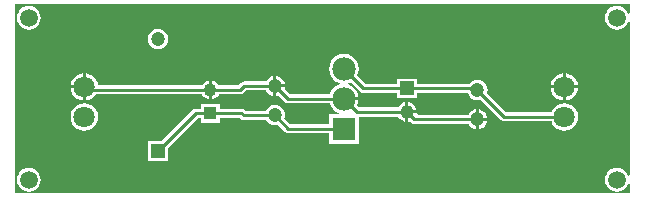
<source format=gbl>
G04 Layer_Physical_Order=2*
G04 Layer_Color=16711680*
%FSLAX44Y44*%
%MOMM*%
G71*
G01*
G75*
%ADD10C,0.2540*%
%ADD11C,1.2000*%
%ADD12C,1.1000*%
%ADD13R,1.1000X1.1000*%
%ADD14C,1.1500*%
%ADD15R,1.1500X1.1500*%
%ADD16C,1.8000*%
%ADD17R,1.2000X1.2000*%
%ADD18C,1.9800*%
%ADD19R,1.9800X1.9800*%
%ADD20C,1.5000*%
G36*
X520000Y-7780D02*
X518730Y-8033D01*
X518040Y-6367D01*
X516431Y-4269D01*
X514333Y-2660D01*
X511891Y-1648D01*
X509270Y-1303D01*
X506649Y-1648D01*
X504207Y-2660D01*
X502109Y-4269D01*
X500500Y-6367D01*
X499488Y-8809D01*
X499143Y-11430D01*
X499488Y-14051D01*
X500500Y-16493D01*
X502109Y-18591D01*
X504207Y-20200D01*
X506649Y-21212D01*
X509270Y-21557D01*
X511891Y-21212D01*
X514333Y-20200D01*
X516431Y-18591D01*
X518040Y-16493D01*
X518730Y-14827D01*
X520000Y-15080D01*
Y-144940D01*
X518730Y-145193D01*
X518040Y-143527D01*
X516431Y-141429D01*
X514333Y-139820D01*
X511891Y-138808D01*
X509270Y-138463D01*
X506649Y-138808D01*
X504207Y-139820D01*
X502109Y-141429D01*
X500500Y-143527D01*
X499488Y-145969D01*
X499143Y-148590D01*
X499488Y-151211D01*
X500500Y-153653D01*
X502109Y-155751D01*
X504207Y-157360D01*
X506649Y-158372D01*
X509270Y-158717D01*
X511891Y-158372D01*
X514333Y-157360D01*
X516431Y-155751D01*
X518040Y-153653D01*
X518730Y-151987D01*
X520000Y-152240D01*
Y-160000D01*
X0D01*
Y0D01*
X520000D01*
Y-7780D01*
D02*
G37*
%LPC*%
G36*
X332740Y-82926D02*
Y-89850D01*
X339664D01*
X339547Y-88956D01*
X338711Y-86939D01*
X337383Y-85208D01*
X335651Y-83879D01*
X333634Y-83043D01*
X332740Y-82926D01*
D02*
G37*
G36*
X389890Y-88944D02*
X388931Y-89070D01*
X386853Y-89931D01*
X385069Y-91299D01*
X383700Y-93083D01*
X383526Y-93506D01*
X340774D01*
X339817Y-92390D01*
X332740D01*
Y-99314D01*
X333634Y-99197D01*
X333930Y-99074D01*
X334993Y-100137D01*
X336254Y-100979D01*
X337740Y-101275D01*
X383526D01*
X383700Y-101697D01*
X385069Y-103481D01*
X386853Y-104850D01*
X388931Y-105710D01*
X389890Y-105837D01*
Y-97390D01*
Y-88944D01*
D02*
G37*
G36*
X57150Y-71120D02*
X46948D01*
X47177Y-72863D01*
X48340Y-75670D01*
X50190Y-78080D01*
X52600Y-79930D01*
X55408Y-81093D01*
X57150Y-81322D01*
Y-71120D01*
D02*
G37*
G36*
X463550D02*
X453348D01*
X453577Y-72863D01*
X454740Y-75670D01*
X456590Y-78080D01*
X459000Y-79930D01*
X461808Y-81093D01*
X463550Y-81322D01*
Y-71120D01*
D02*
G37*
G36*
X392430Y-88944D02*
Y-96120D01*
X399607D01*
X399480Y-95161D01*
X398620Y-93083D01*
X397251Y-91299D01*
X395467Y-89931D01*
X393389Y-89070D01*
X392430Y-88944D01*
D02*
G37*
G36*
X58420Y-83610D02*
X55408Y-84007D01*
X52600Y-85170D01*
X50190Y-87020D01*
X48340Y-89430D01*
X47177Y-92238D01*
X46781Y-95250D01*
X47177Y-98263D01*
X48340Y-101070D01*
X50190Y-103480D01*
X52600Y-105330D01*
X55408Y-106493D01*
X58420Y-106889D01*
X61432Y-106493D01*
X64240Y-105330D01*
X66650Y-103480D01*
X68500Y-101070D01*
X69663Y-98263D01*
X70060Y-95250D01*
X69663Y-92238D01*
X68500Y-89430D01*
X66650Y-87020D01*
X64240Y-85170D01*
X61432Y-84007D01*
X58420Y-83610D01*
D02*
G37*
G36*
X11430Y-138463D02*
X8809Y-138808D01*
X6367Y-139820D01*
X4269Y-141429D01*
X2660Y-143527D01*
X1648Y-145969D01*
X1303Y-148590D01*
X1648Y-151211D01*
X2660Y-153653D01*
X4269Y-155751D01*
X6367Y-157360D01*
X8809Y-158372D01*
X11430Y-158717D01*
X14051Y-158372D01*
X16493Y-157360D01*
X18591Y-155751D01*
X20200Y-153653D01*
X21212Y-151211D01*
X21557Y-148590D01*
X21212Y-145969D01*
X20200Y-143527D01*
X18591Y-141429D01*
X16493Y-139820D01*
X14051Y-138808D01*
X11430Y-138463D01*
D02*
G37*
G36*
X399607Y-98660D02*
X392430D01*
Y-105837D01*
X393389Y-105710D01*
X395467Y-104850D01*
X397251Y-103481D01*
X398620Y-101697D01*
X399480Y-99620D01*
X399607Y-98660D01*
D02*
G37*
G36*
X278130Y-41963D02*
X274883Y-42390D01*
X271856Y-43644D01*
X269258Y-45638D01*
X267264Y-48236D01*
X266010Y-51262D01*
X265583Y-54510D01*
X266010Y-57757D01*
X267264Y-60784D01*
X269258Y-63382D01*
X271856Y-65376D01*
X274883Y-66630D01*
Y-67890D01*
X271856Y-69144D01*
X269258Y-71138D01*
X267264Y-73736D01*
X266274Y-76125D01*
X232349D01*
X227855Y-71631D01*
X228030Y-71209D01*
X228157Y-70250D01*
X220980D01*
Y-77426D01*
X221939Y-77300D01*
X222362Y-77125D01*
X227993Y-82757D01*
X229254Y-83599D01*
X230740Y-83895D01*
X266274D01*
X267264Y-86284D01*
X269258Y-88882D01*
X271856Y-90876D01*
X274086Y-91800D01*
X273834Y-93070D01*
X265690D01*
Y-101625D01*
X232849D01*
X227855Y-96632D01*
X228030Y-96209D01*
X228324Y-93980D01*
X228030Y-91751D01*
X227170Y-89673D01*
X225801Y-87889D01*
X224017Y-86520D01*
X221939Y-85660D01*
X219710Y-85366D01*
X217481Y-85660D01*
X215403Y-86520D01*
X213619Y-87889D01*
X212250Y-89673D01*
X212076Y-90095D01*
X194715D01*
X194263Y-89643D01*
X193003Y-88801D01*
X191516Y-88505D01*
X173140D01*
Y-84350D01*
X157060D01*
Y-88505D01*
X152720D01*
X151234Y-88801D01*
X149973Y-89643D01*
X123696Y-115920D01*
X112110D01*
Y-133000D01*
X129190D01*
Y-121414D01*
X154329Y-96275D01*
X157060D01*
Y-100430D01*
X173140D01*
Y-96275D01*
X189907D01*
X190359Y-96727D01*
X191619Y-97569D01*
X193106Y-97865D01*
X212076D01*
X212250Y-98287D01*
X213619Y-100071D01*
X215403Y-101440D01*
X217481Y-102300D01*
X219710Y-102594D01*
X221939Y-102300D01*
X222362Y-102125D01*
X228493Y-108257D01*
X229753Y-109099D01*
X231240Y-109395D01*
X265690D01*
Y-117950D01*
X290570D01*
Y-95005D01*
X324106D01*
X324229Y-95301D01*
X325558Y-97032D01*
X327289Y-98361D01*
X329306Y-99197D01*
X330200Y-99314D01*
Y-91120D01*
Y-82926D01*
X329306Y-83043D01*
X327289Y-83879D01*
X325558Y-85208D01*
X324229Y-86939D01*
X324106Y-87235D01*
X290849D01*
X289260Y-85646D01*
X290250Y-83258D01*
X290510Y-81280D01*
X278130D01*
Y-78740D01*
X290510D01*
X290250Y-76762D01*
X288996Y-73736D01*
X287002Y-71138D01*
X284404Y-69144D01*
X281378Y-67890D01*
Y-66630D01*
X283766Y-65640D01*
X291993Y-73867D01*
X293253Y-74709D01*
X294740Y-75005D01*
X323180D01*
Y-79410D01*
X339760D01*
Y-75005D01*
X382999D01*
X383700Y-76697D01*
X385069Y-78481D01*
X386853Y-79850D01*
X388931Y-80710D01*
X391160Y-81004D01*
X393389Y-80710D01*
X393812Y-80535D01*
X411273Y-97997D01*
X412533Y-98839D01*
X414020Y-99135D01*
X453938D01*
X454740Y-101070D01*
X456590Y-103480D01*
X459000Y-105330D01*
X461808Y-106493D01*
X464820Y-106889D01*
X467832Y-106493D01*
X470640Y-105330D01*
X473050Y-103480D01*
X474900Y-101070D01*
X476063Y-98263D01*
X476460Y-95250D01*
X476063Y-92238D01*
X474900Y-89430D01*
X473050Y-87020D01*
X470640Y-85170D01*
X467832Y-84007D01*
X464820Y-83610D01*
X461808Y-84007D01*
X459000Y-85170D01*
X456590Y-87020D01*
X454740Y-89430D01*
X453938Y-91365D01*
X415629D01*
X399305Y-75042D01*
X399480Y-74619D01*
X399774Y-72390D01*
X399480Y-70161D01*
X398620Y-68083D01*
X397251Y-66299D01*
X395467Y-64930D01*
X393389Y-64070D01*
X391160Y-63776D01*
X388931Y-64070D01*
X386853Y-64930D01*
X385069Y-66299D01*
X384351Y-67235D01*
X339760D01*
Y-62830D01*
X323180D01*
Y-67235D01*
X296349D01*
X289260Y-60146D01*
X290250Y-57757D01*
X290677Y-54510D01*
X290250Y-51262D01*
X288996Y-48236D01*
X287002Y-45638D01*
X284404Y-43644D01*
X281378Y-42390D01*
X278130Y-41963D01*
D02*
G37*
G36*
X220980Y-60533D02*
Y-67710D01*
X228157D01*
X228030Y-66750D01*
X227170Y-64673D01*
X225801Y-62889D01*
X224017Y-61520D01*
X221939Y-60660D01*
X220980Y-60533D01*
D02*
G37*
G36*
X218440D02*
X217481Y-60660D01*
X215403Y-61520D01*
X213619Y-62889D01*
X212250Y-64673D01*
X212076Y-65095D01*
X193910D01*
X192424Y-65391D01*
X191163Y-66233D01*
X188891Y-68505D01*
X172193D01*
X172123Y-68335D01*
X170834Y-66656D01*
X169155Y-65367D01*
X167199Y-64557D01*
X166370Y-64448D01*
Y-72390D01*
Y-80332D01*
X167199Y-80223D01*
X169155Y-79413D01*
X170834Y-78124D01*
X172123Y-76445D01*
X172193Y-76275D01*
X190500D01*
X191987Y-75979D01*
X193247Y-75137D01*
X195519Y-72864D01*
X212076D01*
X212250Y-73287D01*
X213619Y-75071D01*
X215403Y-76439D01*
X217481Y-77300D01*
X218440Y-77426D01*
Y-68980D01*
Y-60533D01*
D02*
G37*
G36*
X11430Y-1303D02*
X8809Y-1648D01*
X6367Y-2660D01*
X4269Y-4269D01*
X2660Y-6367D01*
X1648Y-8809D01*
X1303Y-11430D01*
X1648Y-14051D01*
X2660Y-16493D01*
X4269Y-18591D01*
X6367Y-20200D01*
X8809Y-21212D01*
X11430Y-21557D01*
X14051Y-21212D01*
X16493Y-20200D01*
X18591Y-18591D01*
X20200Y-16493D01*
X21212Y-14051D01*
X21557Y-11430D01*
X21212Y-8809D01*
X20200Y-6367D01*
X18591Y-4269D01*
X16493Y-2660D01*
X14051Y-1648D01*
X11430Y-1303D01*
D02*
G37*
G36*
X120650Y-20846D02*
X118421Y-21140D01*
X116343Y-22000D01*
X114559Y-23369D01*
X113190Y-25153D01*
X112330Y-27231D01*
X112036Y-29460D01*
X112330Y-31689D01*
X113190Y-33767D01*
X114559Y-35551D01*
X116343Y-36920D01*
X118421Y-37780D01*
X120650Y-38074D01*
X122879Y-37780D01*
X124957Y-36920D01*
X126741Y-35551D01*
X128110Y-33767D01*
X128970Y-31689D01*
X129264Y-29460D01*
X128970Y-27231D01*
X128110Y-25153D01*
X126741Y-23369D01*
X124957Y-22000D01*
X122879Y-21140D01*
X120650Y-20846D01*
D02*
G37*
G36*
X466090Y-58378D02*
Y-68580D01*
X476292D01*
X476063Y-66838D01*
X474900Y-64030D01*
X473050Y-61620D01*
X470640Y-59770D01*
X467832Y-58607D01*
X466090Y-58378D01*
D02*
G37*
G36*
X59690D02*
Y-69850D01*
Y-81322D01*
X61432Y-81093D01*
X64240Y-79930D01*
X66650Y-78080D01*
X68036Y-76275D01*
X158007D01*
X158077Y-76445D01*
X159366Y-78124D01*
X161045Y-79413D01*
X163001Y-80223D01*
X163830Y-80332D01*
Y-72390D01*
Y-64448D01*
X163001Y-64557D01*
X161045Y-65367D01*
X159366Y-66656D01*
X158077Y-68335D01*
X158007Y-68505D01*
X69882D01*
X69663Y-66838D01*
X68500Y-64030D01*
X66650Y-61620D01*
X64240Y-59770D01*
X61432Y-58607D01*
X59690Y-58378D01*
D02*
G37*
G36*
X476292Y-71120D02*
X466090D01*
Y-81322D01*
X467832Y-81093D01*
X470640Y-79930D01*
X473050Y-78080D01*
X474900Y-75670D01*
X476063Y-72863D01*
X476292Y-71120D01*
D02*
G37*
G36*
X57150Y-58378D02*
X55408Y-58607D01*
X52600Y-59770D01*
X50190Y-61620D01*
X48340Y-64030D01*
X47177Y-66838D01*
X46948Y-68580D01*
X57150D01*
Y-58378D01*
D02*
G37*
G36*
X463550D02*
X461808Y-58607D01*
X459000Y-59770D01*
X456590Y-61620D01*
X454740Y-64030D01*
X453577Y-66838D01*
X453348Y-68580D01*
X463550D01*
Y-58378D01*
D02*
G37*
%LPD*%
D10*
X165100Y-92390D02*
X191516D01*
X193106Y-93980D01*
X219710D01*
X165100Y-72390D02*
X190500D01*
X193910Y-68980D01*
X219710D01*
X120650Y-124460D02*
X152720Y-92390D01*
X165100D01*
X219710Y-93980D02*
X231240Y-105510D01*
X278130D01*
X219710Y-68980D02*
X230740Y-80010D01*
X278130D01*
X289240Y-91120D01*
X331470D01*
X337740Y-97390D01*
X391160D01*
X278130Y-54510D02*
X294740Y-71120D01*
X331470D01*
X391160Y-72390D02*
X414020Y-95250D01*
X464820D01*
X58420Y-69850D02*
X60739Y-72390D01*
X165100D01*
X331470Y-71120D02*
X389890D01*
X391160Y-72390D01*
D11*
X219710Y-68980D02*
D03*
Y-93980D02*
D03*
X391160Y-97390D02*
D03*
Y-72390D02*
D03*
X120650Y-29460D02*
D03*
D12*
X165100Y-72390D02*
D03*
D13*
Y-92390D02*
D03*
D14*
X331470Y-91120D02*
D03*
D15*
Y-71120D02*
D03*
D16*
X58420Y-95250D02*
D03*
Y-69850D02*
D03*
X464820D02*
D03*
Y-95250D02*
D03*
D17*
X120650Y-124460D02*
D03*
D18*
X278130Y-54510D02*
D03*
Y-80010D02*
D03*
D19*
Y-105510D02*
D03*
D20*
X11430Y-11430D02*
D03*
Y-148590D02*
D03*
X509270D02*
D03*
Y-11430D02*
D03*
M02*

</source>
